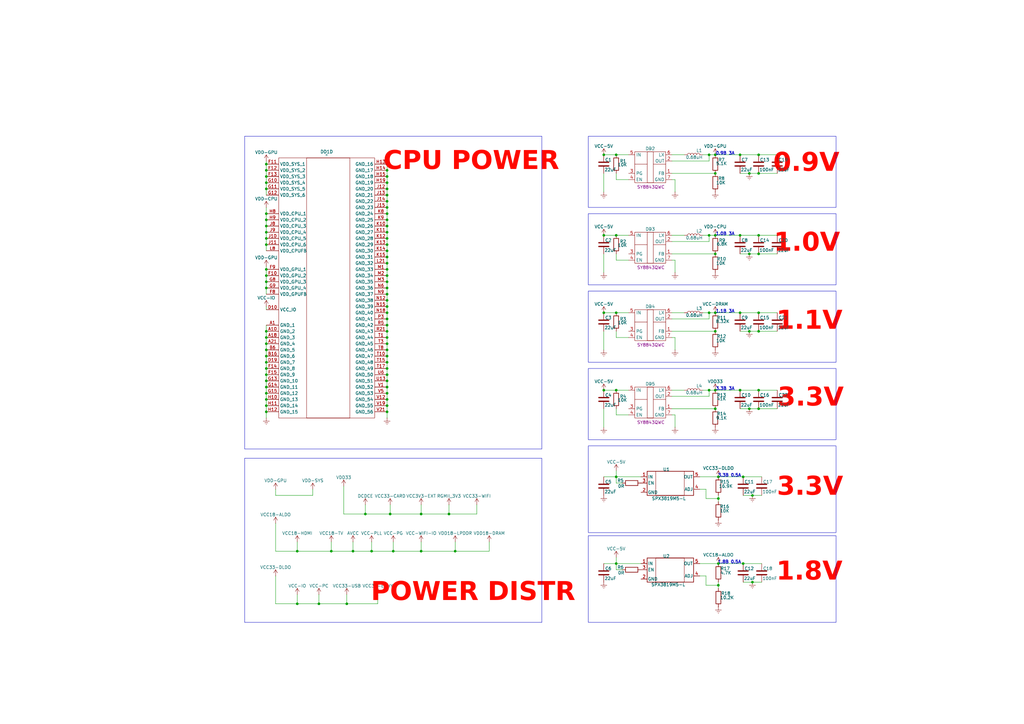
<source format=kicad_sch>
(kicad_sch (version 20231120) (generator "eeschema") (generator_version "8.0")
  (paper "A3")
  (title_block (title "Модуль вычислительный") (date "2025-02-09") (rev "1") (company "@madjogger") (comment 1 "ОРВК.467442.002.Э3") (comment 2 "Корнилов В.В."))
  (junction (at 158.75 151.13))
  (junction (at 158.75 85.09))
  (junction (at 293.37 135.89))
  (junction (at 172.72 226.06))
  (junction (at 158.75 107.95))
  (junction (at 252.73 160.02))
  (junction (at 158.75 77.47))
  (junction (at 158.75 148.59))
  (junction (at 294.64 195.58))
  (junction (at 109.22 95.25))
  (junction (at 109.22 97.79))
  (junction (at 158.75 92.71))
  (junction (at 109.22 115.57))
  (junction (at 158.75 130.81))
  (junction (at 304.8 231.14))
  (junction (at 303.53 128.27))
  (junction (at 158.75 87.63))
  (junction (at 293.37 128.27))
  (junction (at 311.15 96.52))
  (junction (at 158.75 156.21))
  (junction (at 121.92 226.06))
  (junction (at 158.75 140.97))
  (junction (at 109.22 143.51))
  (junction (at 290.83 63.5))
  (junction (at 109.22 110.49))
  (junction (at 303.53 160.02))
  (junction (at 158.75 153.67))
  (junction (at 252.73 128.27))
  (junction (at 109.22 140.97))
  (junction (at 247.65 160.02))
  (junction (at 158.75 110.49))
  (junction (at 109.22 168.91))
  (junction (at 160.02 210.82))
  (junction (at 252.73 231.14))
  (junction (at 158.75 163.83))
  (junction (at 158.75 120.65))
  (junction (at 109.22 148.59))
  (junction (at 293.37 63.5))
  (junction (at 144.78 226.06))
  (junction (at 311.15 135.89))
  (junction (at 294.64 204.47))
  (junction (at 311.15 71.12))
  (junction (at 252.73 195.58))
  (junction (at 109.22 158.75))
  (junction (at 109.22 100.33))
  (junction (at 158.75 80.01))
  (junction (at 294.64 231.14))
  (junction (at 109.22 72.39))
  (junction (at 109.22 153.67))
  (junction (at 311.15 160.02))
  (junction (at 290.83 128.27))
  (junction (at 293.37 96.52))
  (junction (at 109.22 113.03))
  (junction (at 109.22 92.71))
  (junction (at 311.15 128.27))
  (junction (at 303.53 96.52))
  (junction (at 158.75 125.73))
  (junction (at 186.69 226.06))
  (junction (at 158.75 72.39))
  (junction (at 158.75 161.29))
  (junction (at 158.75 138.43))
  (junction (at 152.4 226.06))
  (junction (at 294.64 240.03))
  (junction (at 290.83 160.02))
  (junction (at 158.75 102.87))
  (junction (at 158.75 168.91))
  (junction (at 158.75 95.25))
  (junction (at 247.65 128.27))
  (junction (at 307.34 71.12))
  (junction (at 142.24 247.65))
  (junction (at 109.22 163.83))
  (junction (at 135.89 226.06))
  (junction (at 311.15 167.64))
  (junction (at 307.34 104.14))
  (junction (at 293.37 160.02))
  (junction (at 158.75 115.57))
  (junction (at 158.75 100.33))
  (junction (at 308.61 238.76))
  (junction (at 121.92 247.65))
  (junction (at 109.22 90.17))
  (junction (at 290.83 96.52))
  (junction (at 109.22 77.47))
  (junction (at 303.53 63.5))
  (junction (at 158.75 128.27))
  (junction (at 109.22 87.63))
  (junction (at 109.22 138.43))
  (junction (at 109.22 166.37))
  (junction (at 109.22 161.29))
  (junction (at 158.75 146.05))
  (junction (at 307.34 167.64))
  (junction (at 158.75 133.35))
  (junction (at 158.75 113.03))
  (junction (at 252.73 63.5))
  (junction (at 307.34 135.89))
  (junction (at 247.65 63.5))
  (junction (at 293.37 167.64))
  (junction (at 149.86 210.82))
  (junction (at 158.75 118.11))
  (junction (at 158.75 97.79))
  (junction (at 304.8 195.58))
  (junction (at 109.22 67.31))
  (junction (at 158.75 158.75))
  (junction (at 172.72 210.82))
  (junction (at 109.22 135.89))
  (junction (at 158.75 123.19))
  (junction (at 158.75 74.93))
  (junction (at 293.37 71.12))
  (junction (at 109.22 118.11))
  (junction (at 109.22 156.21))
  (junction (at 161.29 226.06))
  (junction (at 109.22 151.13))
  (junction (at 130.81 247.65))
  (junction (at 158.75 143.51))
  (junction (at 158.75 90.17))
  (junction (at 311.15 104.14))
  (junction (at 252.73 96.52))
  (junction (at 311.15 63.5))
  (junction (at 109.22 146.05))
  (junction (at 184.15 210.82))
  (junction (at 158.75 69.85))
  (junction (at 158.75 166.37))
  (junction (at 293.37 104.14))
  (junction (at 158.75 135.89))
  (junction (at 109.22 69.85))
  (junction (at 308.61 203.2))
  (junction (at 247.65 96.52))
  (junction (at 158.75 82.55))
  (junction (at 158.75 105.41))
  (junction (at 109.22 74.93))
  (wire (pts (xy 158.75 153.67) (xy 158.75 156.21)))
  (wire (pts (xy 121.92 226.06) (xy 135.89 226.06)))
  (wire (pts (xy 186.69 222.25) (xy 186.69 226.06)))
  (wire (pts (xy 109.22 67.31) (xy 109.22 69.85)))
  (wire (pts (xy 275.59 99.06) (xy 290.83 99.06)))
  (wire (pts (xy 290.83 162.56) (xy 290.83 160.02)))
  (wire (pts (xy 109.22 153.67) (xy 109.22 156.21)))
  (wire (pts (xy 109.22 151.13) (xy 109.22 153.67)))
  (wire (pts (xy 308.61 203.2) (xy 312.42 203.2)))
  (wire (pts (xy 158.75 82.55) (xy 158.75 85.09)))
  (wire (pts (xy 303.53 71.12) (xy 307.34 71.12)))
  (wire (pts (xy 252.73 195.58) (xy 252.73 198.12)))
  (wire (pts (xy 247.65 128.27) (xy 252.73 128.27)))
  (wire (pts (xy 247.65 231.14) (xy 252.73 231.14)))
  (wire (pts (xy 275.59 167.64) (xy 293.37 167.64)))
  (wire (pts (xy 109.22 77.47) (xy 109.22 80.01)))
  (wire (pts (xy 109.22 100.33) (xy 109.22 102.87)))
  (wire (pts (xy 257.81 73.66) (xy 252.73 73.66)))
  (wire (pts (xy 109.22 115.57) (xy 109.22 118.11)))
  (wire (pts (xy 158.75 67.31) (xy 158.75 69.85)))
  (wire (pts (xy 311.15 63.5) (xy 318.77 63.5)))
  (wire (pts (xy 290.83 96.52) (xy 288.29 96.52)))
  (wire (pts (xy 109.22 161.29) (xy 109.22 163.83)))
  (wire (pts (xy 252.73 170.18) (xy 252.73 167.64)))
  (wire (pts (xy 275.59 66.04) (xy 290.83 66.04)))
  (wire (pts (xy 247.65 167.64) (xy 247.65 175.26)))
  (wire (pts (xy 109.22 69.85) (xy 109.22 72.39)))
  (wire (pts (xy 247.65 96.52) (xy 252.73 96.52)))
  (wire (pts (xy 303.53 135.89) (xy 307.34 135.89)))
  (wire (pts (xy 160.02 210.82) (xy 172.72 210.82)))
  (wire (pts (xy 293.37 160.02) (xy 303.53 160.02)))
  (wire (pts (xy 121.92 226.06) (xy 113.03 226.06)))
  (wire (pts (xy 128.27 200.66) (xy 128.27 203.2)))
  (wire (pts (xy 311.15 71.12) (xy 318.77 71.12)))
  (wire (pts (xy 247.65 104.14) (xy 247.65 111.76)))
  (wire (pts (xy 290.83 66.04) (xy 290.83 63.5)))
  (wire (pts (xy 247.65 63.5) (xy 252.73 63.5)))
  (wire (pts (xy 158.75 138.43) (xy 158.75 140.97)))
  (wire (pts (xy 289.56 236.22) (xy 289.56 240.03)))
  (wire (pts (xy 109.22 166.37) (xy 109.22 168.91)))
  (wire (pts (xy 158.75 110.49) (xy 158.75 113.03)))
  (wire (pts (xy 158.75 168.91) (xy 158.75 171.45)))
  (wire (pts (xy 109.22 74.93) (xy 109.22 77.47)))
  (wire (pts (xy 184.15 210.82) (xy 195.58 210.82)))
  (wire (pts (xy 289.56 200.66) (xy 289.56 204.47)))
  (wire (pts (xy 252.73 63.5) (xy 257.81 63.5)))
  (wire (pts (xy 304.8 238.76) (xy 308.61 238.76)))
  (wire (pts (xy 158.75 156.21) (xy 158.75 158.75)))
  (wire (pts (xy 135.89 222.25) (xy 135.89 226.06)))
  (wire (pts (xy 109.22 92.71) (xy 109.22 95.25)))
  (wire (pts (xy 307.34 104.14) (xy 311.15 104.14)))
  (wire (pts (xy 158.75 130.81) (xy 158.75 133.35)))
  (wire (pts (xy 109.22 138.43) (xy 109.22 140.97)))
  (wire (pts (xy 158.75 72.39) (xy 158.75 74.93)))
  (wire (pts (xy 158.75 125.73) (xy 158.75 128.27)))
  (wire (pts (xy 257.81 138.43) (xy 252.73 138.43)))
  (wire (pts (xy 109.22 72.39) (xy 109.22 74.93)))
  (wire (pts (xy 121.92 243.84) (xy 121.92 247.65)))
  (wire (pts (xy 158.75 87.63) (xy 158.75 90.17)))
  (wire (pts (xy 109.22 113.03) (xy 109.22 115.57)))
  (wire (pts (xy 290.83 96.52) (xy 293.37 96.52)))
  (wire (pts (xy 307.34 167.64) (xy 311.15 167.64)))
  (wire (pts (xy 276.86 106.68) (xy 275.59 106.68)))
  (wire (pts (xy 287.02 195.58) (xy 294.64 195.58)))
  (wire (pts (xy 252.73 96.52) (xy 257.81 96.52)))
  (wire (pts (xy 252.73 195.58) (xy 262.89 195.58)))
  (wire (pts (xy 252.73 231.14) (xy 262.89 231.14)))
  (wire (pts (xy 290.83 128.27) (xy 288.29 128.27)))
  (wire (pts (xy 290.83 99.06) (xy 290.83 96.52)))
  (wire (pts (xy 158.75 123.19) (xy 158.75 125.73)))
  (wire (pts (xy 311.15 160.02) (xy 318.77 160.02)))
  (wire (pts (xy 252.73 128.27) (xy 257.81 128.27)))
  (wire (pts (xy 154.94 243.84) (xy 154.94 247.65)))
  (wire (pts (xy 200.66 226.06) (xy 186.69 226.06)))
  (wire (pts (xy 294.64 203.2) (xy 294.64 204.47)))
  (wire (pts (xy 158.75 113.03) (xy 158.75 115.57)))
  (wire (pts (xy 252.73 160.02) (xy 257.81 160.02)))
  (wire (pts (xy 109.22 85.09) (xy 109.22 87.63)))
  (wire (pts (xy 289.56 240.03) (xy 294.64 240.03)))
  (wire (pts (xy 247.65 195.58) (xy 252.73 195.58)))
  (wire (pts (xy 293.37 128.27) (xy 303.53 128.27)))
  (wire (pts (xy 130.81 247.65) (xy 142.24 247.65)))
  (wire (pts (xy 161.29 226.06) (xy 172.72 226.06)))
  (wire (pts (xy 311.15 128.27) (xy 318.77 128.27)))
  (wire (pts (xy 158.75 161.29) (xy 158.75 163.83)))
  (wire (pts (xy 158.75 69.85) (xy 158.75 72.39)))
  (wire (pts (xy 128.27 203.2) (xy 113.03 203.2)))
  (wire (pts (xy 158.75 151.13) (xy 158.75 153.67)))
  (wire (pts (xy 113.03 203.2) (xy 113.03 200.66)))
  (wire (pts (xy 276.86 78.74) (xy 276.86 73.66)))
  (wire (pts (xy 158.75 100.33) (xy 158.75 102.87)))
  (wire (pts (xy 275.59 128.27) (xy 280.67 128.27)))
  (wire (pts (xy 109.22 156.21) (xy 109.22 158.75)))
  (wire (pts (xy 275.59 71.12) (xy 293.37 71.12)))
  (wire (pts (xy 142.24 243.84) (xy 142.24 247.65)))
  (wire (pts (xy 152.4 222.25) (xy 152.4 226.06)))
  (wire (pts (xy 158.75 95.25) (xy 158.75 97.79)))
  (wire (pts (xy 109.22 148.59) (xy 109.22 151.13)))
  (wire (pts (xy 109.22 168.91) (xy 109.22 171.45)))
  (wire (pts (xy 290.83 130.81) (xy 290.83 128.27)))
  (wire (pts (xy 158.75 90.17) (xy 158.75 92.71)))
  (wire (pts (xy 287.02 236.22) (xy 289.56 236.22)))
  (wire (pts (xy 158.75 143.51) (xy 158.75 146.05)))
  (wire (pts (xy 276.86 73.66) (xy 275.59 73.66)))
  (wire (pts (xy 252.73 106.68) (xy 252.73 104.14)))
  (wire (pts (xy 130.81 243.84) (xy 130.81 247.65)))
  (wire (pts (xy 109.22 163.83) (xy 109.22 166.37)))
  (wire (pts (xy 109.22 95.25) (xy 109.22 97.79)))
  (wire (pts (xy 142.24 247.65) (xy 154.94 247.65)))
  (wire (pts (xy 149.86 210.82) (xy 140.97 210.82)))
  (wire (pts (xy 109.22 140.97) (xy 109.22 143.51)))
  (wire (pts (xy 275.59 63.5) (xy 280.67 63.5)))
  (wire (pts (xy 130.81 247.65) (xy 121.92 247.65)))
  (wire (pts (xy 149.86 210.82) (xy 160.02 210.82)))
  (wire (pts (xy 289.56 204.47) (xy 294.64 204.47)))
  (wire (pts (xy 275.59 135.89) (xy 293.37 135.89)))
  (wire (pts (xy 158.75 158.75) (xy 158.75 161.29)))
  (wire (pts (xy 158.75 140.97) (xy 158.75 143.51)))
  (wire (pts (xy 293.37 63.5) (xy 303.53 63.5)))
  (wire (pts (xy 257.81 106.68) (xy 252.73 106.68)))
  (wire (pts (xy 294.64 204.47) (xy 294.64 205.74)))
  (wire (pts (xy 158.75 146.05) (xy 158.75 148.59)))
  (wire (pts (xy 290.83 63.5) (xy 288.29 63.5)))
  (wire (pts (xy 276.86 175.26) (xy 276.86 170.18)))
  (wire (pts (xy 287.02 231.14) (xy 294.64 231.14)))
  (wire (pts (xy 109.22 87.63) (xy 109.22 90.17)))
  (wire (pts (xy 109.22 143.51) (xy 109.22 146.05)))
  (wire (pts (xy 109.22 66.04) (xy 109.22 67.31)))
  (wire (pts (xy 304.8 231.14) (xy 312.42 231.14)))
  (wire (pts (xy 144.78 226.06) (xy 152.4 226.06)))
  (wire (pts (xy 158.75 148.59) (xy 158.75 151.13)))
  (wire (pts (xy 275.59 130.81) (xy 290.83 130.81)))
  (wire (pts (xy 109.22 135.89) (xy 109.22 138.43)))
  (wire (pts (xy 113.03 214.63) (xy 113.03 226.06)))
  (wire (pts (xy 109.22 97.79) (xy 109.22 100.33)))
  (wire (pts (xy 121.92 247.65) (xy 113.03 247.65)))
  (wire (pts (xy 303.53 63.5) (xy 311.15 63.5)))
  (wire (pts (xy 109.22 146.05) (xy 109.22 148.59)))
  (wire (pts (xy 184.15 207.01) (xy 184.15 210.82)))
  (wire (pts (xy 158.75 97.79) (xy 158.75 100.33)))
  (wire (pts (xy 252.73 233.68) (xy 255.27 233.68)))
  (wire (pts (xy 275.59 104.14) (xy 293.37 104.14)))
  (wire (pts (xy 276.86 111.76) (xy 276.86 106.68)))
  (wire (pts (xy 109.22 133.35) (xy 109.22 135.89)))
  (wire (pts (xy 247.65 160.02) (xy 252.73 160.02)))
  (wire (pts (xy 311.15 96.52) (xy 318.77 96.52)))
  (wire (pts (xy 257.81 170.18) (xy 252.73 170.18)))
  (wire (pts (xy 144.78 222.25) (xy 144.78 226.06)))
  (wire (pts (xy 200.66 222.25) (xy 200.66 226.06)))
  (wire (pts (xy 307.34 71.12) (xy 311.15 71.12)))
  (wire (pts (xy 109.22 90.17) (xy 109.22 92.71)))
  (wire (pts (xy 307.34 135.89) (xy 311.15 135.89)))
  (wire (pts (xy 158.75 92.71) (xy 158.75 95.25)))
  (wire (pts (xy 308.61 238.76) (xy 312.42 238.76)))
  (wire (pts (xy 303.53 167.64) (xy 307.34 167.64)))
  (wire (pts (xy 172.72 222.25) (xy 172.72 226.06)))
  (wire (pts (xy 293.37 96.52) (xy 303.53 96.52)))
  (wire (pts (xy 109.22 125.73) (xy 109.22 127)))
  (wire (pts (xy 158.75 133.35) (xy 158.75 135.89)))
  (wire (pts (xy 158.75 102.87) (xy 158.75 105.41)))
  (wire (pts (xy 109.22 109.22) (xy 109.22 110.49)))
  (wire (pts (xy 158.75 115.57) (xy 158.75 118.11)))
  (wire (pts (xy 252.73 198.12) (xy 255.27 198.12)))
  (wire (pts (xy 252.73 193.04) (xy 252.73 195.58)))
  (wire (pts (xy 294.64 240.03) (xy 294.64 241.3)))
  (wire (pts (xy 287.02 200.66) (xy 289.56 200.66)))
  (wire (pts (xy 172.72 210.82) (xy 184.15 210.82)))
  (wire (pts (xy 121.92 222.25) (xy 121.92 226.06)))
  (wire (pts (xy 158.75 166.37) (xy 158.75 168.91)))
  (wire (pts (xy 275.59 96.52) (xy 280.67 96.52)))
  (wire (pts (xy 158.75 77.47) (xy 158.75 80.01)))
  (wire (pts (xy 172.72 207.01) (xy 172.72 210.82)))
  (wire (pts (xy 252.73 228.6) (xy 252.73 231.14)))
  (wire (pts (xy 195.58 207.01) (xy 195.58 210.82)))
  (wire (pts (xy 276.86 138.43) (xy 275.59 138.43)))
  (wire (pts (xy 311.15 135.89) (xy 318.77 135.89)))
  (wire (pts (xy 276.86 170.18) (xy 275.59 170.18)))
  (wire (pts (xy 311.15 167.64) (xy 318.77 167.64)))
  (wire (pts (xy 158.75 135.89) (xy 158.75 138.43)))
  (wire (pts (xy 158.75 163.83) (xy 158.75 166.37)))
  (wire (pts (xy 152.4 226.06) (xy 161.29 226.06)))
  (wire (pts (xy 158.75 120.65) (xy 158.75 123.19)))
  (wire (pts (xy 276.86 143.51) (xy 276.86 138.43)))
  (wire (pts (xy 158.75 128.27) (xy 158.75 130.81)))
  (wire (pts (xy 109.22 110.49) (xy 109.22 113.03)))
  (wire (pts (xy 252.73 231.14) (xy 252.73 233.68)))
  (wire (pts (xy 290.83 63.5) (xy 293.37 63.5)))
  (wire (pts (xy 290.83 160.02) (xy 293.37 160.02)))
  (wire (pts (xy 252.73 73.66) (xy 252.73 71.12)))
  (wire (pts (xy 304.8 195.58) (xy 312.42 195.58)))
  (wire (pts (xy 149.86 207.01) (xy 149.86 210.82)))
  (wire (pts (xy 303.53 160.02) (xy 311.15 160.02)))
  (wire (pts (xy 158.75 107.95) (xy 158.75 110.49)))
  (wire (pts (xy 135.89 226.06) (xy 144.78 226.06)))
  (wire (pts (xy 158.75 85.09) (xy 158.75 87.63)))
  (wire (pts (xy 311.15 104.14) (xy 318.77 104.14)))
  (wire (pts (xy 160.02 207.01) (xy 160.02 210.82)))
  (wire (pts (xy 161.29 222.25) (xy 161.29 226.06)))
  (wire (pts (xy 304.8 203.2) (xy 308.61 203.2)))
  (wire (pts (xy 303.53 128.27) (xy 311.15 128.27)))
  (wire (pts (xy 290.83 128.27) (xy 293.37 128.27)))
  (wire (pts (xy 172.72 226.06) (xy 186.69 226.06)))
  (wire (pts (xy 303.53 96.52) (xy 311.15 96.52)))
  (wire (pts (xy 275.59 162.56) (xy 290.83 162.56)))
  (wire (pts (xy 158.75 105.41) (xy 158.75 107.95)))
  (wire (pts (xy 252.73 138.43) (xy 252.73 135.89)))
  (wire (pts (xy 158.75 74.93) (xy 158.75 77.47)))
  (wire (pts (xy 294.64 240.03) (xy 294.64 238.76)))
  (wire (pts (xy 294.64 231.14) (xy 304.8 231.14)))
  (wire (pts (xy 158.75 118.11) (xy 158.75 120.65)))
  (wire (pts (xy 109.22 158.75) (xy 109.22 161.29)))
  (wire (pts (xy 109.22 118.11) (xy 109.22 120.65)))
  (wire (pts (xy 247.65 71.12) (xy 247.65 78.74)))
  (wire (pts (xy 140.97 199.39) (xy 140.97 210.82)))
  (wire (pts (xy 247.65 135.89) (xy 247.65 143.51)))
  (wire (pts (xy 303.53 104.14) (xy 307.34 104.14)))
  (wire (pts (xy 290.83 160.02) (xy 288.29 160.02)))
  (wire (pts (xy 113.03 236.22) (xy 113.03 247.65)))
  (wire (pts (xy 294.64 195.58) (xy 304.8 195.58)))
  (wire (pts (xy 275.59 160.02) (xy 280.67 160.02)))
  (wire (pts (xy 158.75 80.01) (xy 158.75 82.55)))
  (rectangle (start 241.3 87.63) (end 342.9 116.84))
  (rectangle (start 241.3 55.88) (end 342.9 85.09))
  (rectangle (start 241.3 119.38) (end 342.9 148.59))
  (rectangle (start 241.3 151.13) (end 342.9 180.34))
  (rectangle (start 241.3 182.88) (end 342.9 218.44))
  (rectangle (start 100.33 55.88) (end 222.25 184.15))
  (rectangle (start 100.33 187.96) (end 222.25 255.27))
  (rectangle (start 241.3 219.71) (end 342.9 255.27))
  (image (at 537.21 100.33))
  (text "1.8V\n" (at 331.978 236.728 0) (effects (font (size 7.62 7.62) (thickness 0.254) (bold yes))))
  (text "CPU POWER" (at 193.294 68.326 0) (effects (font (size 7.62 7.62) (thickness 0.254) (bold yes))))
  (text "POWER DISTR" (at 194.056 245.11 0) (effects (font (size 7.62 7.62) (thickness 0.254) (bold yes))))
  (text "3.3V\n" (at 332.486 165.354 0) (effects (font (size 7.62 7.62) (thickness 0.254) (bold yes))))
  (text "1.0В 3А" (at 297.434 96.012 0) (effects (font (size 1.27 1.27) (thickness 0.254) (bold yes))))
  (text "3.3В 0.5А" (at 299.212 195.072 0) (effects (font (size 1.27 1.27) (thickness 0.254) (bold yes))))
  (text "0.9V\n" (at 330.708 69.088 0) (effects (font (size 7.62 7.62) (thickness 0.254) (bold yes))))
  (text "1.1V\n" (at 331.978 133.858 0) (effects (font (size 7.62 7.62) (thickness 0.254) (bold yes))))
  (text "1.8В 0.5А" (at 299.212 230.632 0) (effects (font (size 1.27 1.27) (thickness 0.254) (bold yes))))
  (text "1.0V\n" (at 330.962 101.854 0) (effects (font (size 7.62 7.62) (thickness 0.254) (bold yes))))
  (text "0.9В 3А" (at 297.434 62.992 0) (effects (font (size 1.27 1.27) (thickness 0.254) (bold yes))))
  (text "3.3V\n" (at 332.232 201.93 0) (effects (font (size 7.62 7.62) (thickness 0.254) (bold yes))))
  (text "3.3В 3А" (at 297.434 159.512 0) (effects (font (size 1.27 1.27) (thickness 0.254) (bold yes))))
  (text "1.1В 3А" (at 297.434 127.762 0) (effects (font (size 1.27 1.27) (thickness 0.254) (bold yes))))
  (symbol (lib_id "Device:C") (at 311.15 132.08 0) (unit 1)
    (property "Reference" "C15" (at 311.658 130.302 0) (effects (justify left)))
    (property "Value" "100nF" (at 311.404 134.366 0) (effects (justify left)))
    (property "Footprint" "Capacitor_SMD:C_0402_1005Metric" (effects (hide yes)))
    (property "Description" "Unpolarized capacitor" (effects (hide yes)))
  )
  (symbol (lib_id "power:Earth") (at 247.65 203.2 0) (unit 1)
    (property "Reference" "#PWR053" (effects (hide yes)))
    (property "Value" "Earth" (effects (hide yes)))
    (property "Description" "Power symbol creates a global label with name \"Earth\"" (effects (hide yes)))
  )
  (symbol (lib_id "power:Earth") (at 247.65 78.74 0) (unit 1)
    (property "Reference" "#PWR046" (effects (hide yes)))
    (property "Value" "Earth" (effects (hide yes)))
    (property "Description" "Power symbol creates a global label with name \"Earth\"" (effects (hide yes)))
  )
  (symbol (lib_id "power:Earth") (at 293.37 111.76 0) (unit 1)
    (property "Reference" "#PWR064" (effects (hide yes)))
    (property "Value" "Earth" (effects (hide yes)))
    (property "Description" "Power symbol creates a global label with name \"Earth\"" (effects (hide yes)))
  )
  (symbol (lib_id "power:+3V8") (at 121.92 243.84 0) (unit 1)
    (property "Reference" "#PWR026" (effects (hide yes)))
    (property "Value" "VCC-IO" (at 121.92 240.284 0))
    (property "Description" "Power symbol creates a global label with name \"+3V8\"" (effects (hide yes)))
  )
  (symbol (lib_id "Device:C") (at 311.15 163.83 0) (unit 1)
    (property "Reference" "C16" (at 311.658 162.052 0) (effects (justify left)))
    (property "Value" "100nF" (at 311.404 166.116 0) (effects (justify left)))
    (property "Footprint" "Capacitor_SMD:C_0402_1005Metric" (effects (hide yes)))
    (property "Description" "Unpolarized capacitor" (effects (hide yes)))
  )
  (symbol (lib_id "Device:R") (at 252.73 67.31 180) (unit 1)
    (property "Reference" "R1" (at 255.524 66.04 0))
    (property "Value" "10K" (at 255.27 67.564 0))
    (property "Footprint" "Resistor_SMD:R_0402_1005Metric" (effects (hide yes)))
    (property "Description" "Resistor" (effects (hide yes)))
  )
  (symbol (lib_id "Device:R") (at 259.08 233.68 90) (unit 1)
    (property "Reference" "R6" (at 254.508 232.664 90))
    (property "Value" "0R" (at 254.762 234.95 90))
    (property "Footprint" "Resistor_SMD:R_0402_1005Metric" (effects (hide yes)))
    (property "Description" "Resistor" (effects (hide yes)))
  )
  (symbol (lib_id "Device:L") (at 284.48 128.27 90) (unit 1)
    (property "Reference" "L3" (at 286.766 126.492 90))
    (property "Value" "0.68uH" (at 284.734 129.286 90))
    (property "Footprint" "Inductor_SMD:L_Cenker_CKCS4020" (effects (hide yes)))
    (property "Description" "Inductor" (effects (hide yes)))
  )
  (symbol (lib_id "power:+3V8") (at 293.37 128.27 0) (unit 1)
    (property "Reference" "#PWR065" (effects (hide yes)))
    (property "Value" "VCC-DRAM" (at 293.37 124.714 0))
    (property "Description" "Power symbol creates a global label with name \"+3V8\"" (effects (hide yes)))
  )
  (symbol (lib_id "SY8843QWC:SY8843QWC") (at 260.35 125.73 0) (unit 1)
    (property "Reference" "DD4" (at 266.7 125.73 0))
    (property "Value" "~" (at 266.7 125.73 0))
    (property "Footprint" "SY8843QWC:SY8843QWC" (effects (hide yes)))
    (property "Description" "SY8843QWC" (at 266.954 141.478 0))
  )
  (symbol (lib_id "power:+3V8") (at 247.65 63.5 0) (unit 1)
    (property "Reference" "#PWR045" (effects (hide yes)))
    (property "Value" "VCC-5V" (at 247.65 59.944 0))
    (property "Description" "Power symbol creates a global label with name \"+3V8\"" (effects (hide yes)))
  )
  (symbol (lib_id "Device:C") (at 303.53 163.83 0) (unit 1)
    (property "Reference" "C10" (at 304.038 162.052 0) (effects (justify left)))
    (property "Value" "22uF" (at 303.784 166.116 0) (effects (justify left)))
    (property "Footprint" "Capacitor_SMD:C_0402_1005Metric" (effects (hide yes)))
    (property "Description" "Unpolarized capacitor" (effects (hide yes)))
  )
  (symbol (lib_id "power:+3V8") (at 294.64 195.58 0) (unit 1)
    (property "Reference" "#PWR069" (effects (hide yes)))
    (property "Value" "VCC33-DLDO" (at 294.64 192.024 0))
    (property "Description" "Power symbol creates a global label with name \"+3V8\"" (effects (hide yes)))
  )
  (symbol (lib_id "power:+3V8") (at 200.66 222.25 0) (unit 1)
    (property "Reference" "#PWR044" (effects (hide yes)))
    (property "Value" "VDD18-DRAM" (at 200.66 218.694 0))
    (property "Description" "Power symbol creates a global label with name \"+3V8\"" (effects (hide yes)))
  )
  (symbol (lib_id "Device:L") (at 284.48 96.52 90) (unit 1)
    (property "Reference" "L2" (at 286.766 94.742 90))
    (property "Value" "0.68uH" (at 284.734 97.536 90))
    (property "Footprint" "Inductor_SMD:L_Cenker_CKCS4020" (effects (hide yes)))
    (property "Description" "Inductor" (effects (hide yes)))
  )
  (symbol (lib_id "Device:R") (at 293.37 100.33 180) (unit 1)
    (property "Reference" "R9" (at 296.164 98.552 0))
    (property "Value" "6.8К" (at 296.164 100.076 0))
    (property "Footprint" "Resistor_SMD:R_0402_1005Metric" (effects (hide yes)))
    (property "Description" "Resistor" (effects (hide yes)))
  )
  (symbol (lib_id "power:+3V8") (at 109.22 66.04 0) (unit 1)
    (property "Reference" "#PWR017" (effects (hide yes)))
    (property "Value" "VDD-GPU" (at 109.22 62.484 0))
    (property "Description" "Power symbol creates a global label with name \"+3V8\"" (effects (hide yes)))
  )
  (symbol (lib_id "power:+3V8") (at 172.72 207.01 0) (unit 1)
    (property "Reference" "#PWR039" (effects (hide yes)))
    (property "Value" "VCC3V3-EXT" (at 172.72 203.454 0))
    (property "Description" "Power symbol creates a global label with name \"+3V8\"" (effects (hide yes)))
  )
  (symbol (lib_id "power:Earth") (at 307.34 104.14 0) (unit 1)
    (property "Reference" "#PWR074" (effects (hide yes)))
    (property "Value" "Earth" (effects (hide yes)))
    (property "Description" "Power symbol creates a global label with name \"Earth\"" (effects (hide yes)))
  )
  (symbol (lib_id "SY8843QWC:SY8843QWC") (at 260.35 60.96 0) (unit 1)
    (property "Reference" "DD2" (at 266.7 60.96 0))
    (property "Value" "~" (at 266.7 60.96 0))
    (property "Footprint" "SY8843QWC:SY8843QWC" (effects (hide yes)))
    (property "Description" "SY8843QWC" (at 266.954 76.708 0))
  )
  (symbol (lib_id "power:+3V8") (at 195.58 207.01 0) (unit 1)
    (property "Reference" "#PWR043" (effects (hide yes)))
    (property "Value" "VCC33-WIFI" (at 195.58 203.454 0))
    (property "Description" "Power symbol creates a global label with name \"+3V8\"" (effects (hide yes)))
  )
  (symbol (lib_id "power:+3V8") (at 140.97 199.39 0) (unit 1)
    (property "Reference" "#PWR031" (effects (hide yes)))
    (property "Value" "VDD33" (at 140.97 195.834 0))
    (property "Description" "Power symbol creates a global label with name \"+3V8\"" (effects (hide yes)))
  )
  (symbol (lib_id "Device:R") (at 294.64 245.11 180) (unit 1)
    (property "Reference" "R18" (at 297.688 243.332 0))
    (property "Value" "10.2К" (at 298.196 245.11 0))
    (property "Footprint" "Resistor_SMD:R_0402_1005Metric" (effects (hide yes)))
    (property "Description" "Resistor" (effects (hide yes)))
  )
  (symbol (lib_id "power:Earth") (at 294.64 248.92 0) (unit 1)
    (property "Reference" "#PWR072" (effects (hide yes)))
    (property "Value" "Earth" (effects (hide yes)))
    (property "Description" "Power symbol creates a global label with name \"Earth\"" (effects (hide yes)))
  )
  (symbol (lib_id "power:Earth") (at 247.65 238.76 0) (unit 1)
    (property "Reference" "#PWR054" (effects (hide yes)))
    (property "Value" "Earth" (effects (hide yes)))
    (property "Description" "Power symbol creates a global label with name \"Earth\"" (effects (hide yes)))
  )
  (symbol (lib_id "Regulator_Linear:SPX3819M5-L") (at 270.51 233.68 0) (unit 1)
    (property "Reference" "U2" (at 273.304 228.092 0))
    (property "Value" "SPX3819M5-L" (at 274.066 239.776 0))
    (property "Footprint" "Package_TO_SOT_SMD:SOT-23-5" (effects (hide yes)))
    (property "Datasheet" "https://www.exar.com/content/document.ashx?id=22106&languageid=1033&type=Datasheet&partnumber=SPX3819&filename=SPX3819.pdf&part=SPX3819" (effects (hide yes)))
    (property "Description" "500mA Low drop-out regulator, Adjustable, SOT-23-5" (effects (hide yes)))
  )
  (symbol (lib_id "power:Earth") (at 307.34 71.12 0) (unit 1)
    (property "Reference" "#PWR073" (effects (hide yes)))
    (property "Value" "Earth" (effects (hide yes)))
    (property "Description" "Power symbol creates a global label with name \"Earth\"" (effects (hide yes)))
  )
  (symbol (lib_id "Device:R") (at 252.73 132.08 180) (unit 1)
    (property "Reference" "R3" (at 255.524 130.81 0))
    (property "Value" "10K" (at 255.27 132.334 0))
    (property "Footprint" "Resistor_SMD:R_0402_1005Metric" (effects (hide yes)))
    (property "Description" "Resistor" (effects (hide yes)))
  )
  (symbol (lib_id "Device:R") (at 259.08 198.12 90) (unit 1)
    (property "Reference" "R5" (at 254.508 197.104 90))
    (property "Value" "0R" (at 254.762 199.39 90))
    (property "Footprint" "Resistor_SMD:R_0402_1005Metric" (effects (hide yes)))
    (property "Description" "Resistor" (effects (hide yes)))
  )
  (symbol (lib_id "Device:C") (at 247.65 199.39 0) (unit 1)
    (property "Reference" "C5" (at 248.158 197.612 0) (effects (justify left)))
    (property "Value" "22uF" (at 247.904 201.676 0) (effects (justify left)))
    (property "Footprint" "Capacitor_SMD:C_0402_1005Metric" (effects (hide yes)))
    (property "Description" "Unpolarized capacitor" (effects (hide yes)))
  )
  (symbol (lib_id "power:+3V8") (at 149.86 207.01 0) (unit 1)
    (property "Reference" "#PWR034" (effects (hide yes)))
    (property "Value" "DCDCE" (at 149.86 203.454 0))
    (property "Description" "Power symbol creates a global label with name \"+3V8\"" (effects (hide yes)))
  )
  (symbol (lib_id "power:Earth") (at 276.86 175.26 0) (unit 1)
    (property "Reference" "#PWR060" (effects (hide yes)))
    (property "Value" "Earth" (effects (hide yes)))
    (property "Description" "Power symbol creates a global label with name \"Earth\"" (effects (hide yes)))
  )
  (symbol (lib_id "power:+3V8") (at 113.03 236.22 0) (unit 1)
    (property "Reference" "#PWR024" (effects (hide yes)))
    (property "Value" "VCC33-DLDO" (at 113.03 232.664 0))
    (property "Description" "Power symbol creates a global label with name \"+3V8\"" (effects (hide yes)))
  )
  (symbol (lib_id "Device:R") (at 293.37 171.45 180) (unit 1)
    (property "Reference" "R14" (at 295.91 169.672 0))
    (property "Value" "9.1K" (at 295.91 171.45 0))
    (property "Footprint" "Resistor_SMD:R_0402_1005Metric" (effects (hide yes)))
    (property "Description" "Resistor" (effects (hide yes)))
  )
  (symbol (lib_id "power:Earth") (at 294.64 213.36 0) (unit 1)
    (property "Reference" "#PWR070" (effects (hide yes)))
    (property "Value" "Earth" (effects (hide yes)))
    (property "Description" "Power symbol creates a global label with name \"Earth\"" (effects (hide yes)))
  )
  (symbol (lib_id "Device:C") (at 247.65 163.83 0) (unit 1)
    (property "Reference" "C4" (at 248.158 162.052 0) (effects (justify left)))
    (property "Value" "22uF" (at 247.904 166.116 0) (effects (justify left)))
    (property "Footprint" "Capacitor_SMD:C_0402_1005Metric" (effects (hide yes)))
    (property "Description" "Unpolarized capacitor" (effects (hide yes)))
  )
  (symbol (lib_id "Device:C") (at 247.65 132.08 0) (unit 1)
    (property "Reference" "C3" (at 248.158 130.302 0) (effects (justify left)))
    (property "Value" "22uF" (at 247.904 134.366 0) (effects (justify left)))
    (property "Footprint" "Capacitor_SMD:C_0402_1005Metric" (effects (hide yes)))
    (property "Description" "Unpolarized capacitor" (effects (hide yes)))
  )
  (symbol (lib_id "power:+3V8") (at 184.15 207.01 0) (unit 1)
    (property "Reference" "#PWR041" (effects (hide yes)))
    (property "Value" "RGMII_3V3" (at 184.15 203.454 0))
    (property "Description" "Power symbol creates a global label with name \"+3V8\"" (effects (hide yes)))
  )
  (symbol (lib_id "Device:R") (at 293.37 74.93 180) (unit 1)
    (property "Reference" "R8" (at 295.91 73.152 0))
    (property "Value" "10K" (at 295.656 74.93 0))
    (property "Footprint" "Resistor_SMD:R_0402_1005Metric" (effects (hide yes)))
    (property "Description" "Resistor" (effects (hide yes)))
  )
  (symbol (lib_id "power:+3V8") (at 113.03 214.63 0) (unit 1)
    (property "Reference" "#PWR023" (effects (hide yes)))
    (property "Value" "VCC18-ALDO" (at 113.03 211.074 0))
    (property "Description" "Power symbol creates a global label with name \"+3V8\"" (effects (hide yes)))
  )
  (symbol (lib_id "power:+3V8") (at 109.22 125.73 0) (unit 1)
    (property "Reference" "#PWR020" (effects (hide yes)))
    (property "Value" "VCC-IO" (at 109.22 122.174 0))
    (property "Description" "Power symbol creates a global label with name \"+3V8\"" (effects (hide yes)))
  )
  (symbol (lib_id "power:+3V8") (at 186.69 222.25 0) (unit 1)
    (property "Reference" "#PWR042" (effects (hide yes)))
    (property "Value" "VDD18-LPDDR" (at 186.69 218.694 0))
    (property "Description" "Power symbol creates a global label with name \"+3V8\"" (effects (hide yes)))
  )
  (symbol (lib_id "power:+3V8") (at 252.73 228.6 0) (unit 1)
    (property "Reference" "#PWR056" (effects (hide yes)))
    (property "Value" "VCC-5V" (at 252.73 225.044 0))
    (property "Description" "Power symbol creates a global label with name \"+3V8\"" (effects (hide yes)))
  )
  (symbol (lib_id "power:+3V8") (at 144.78 222.25 0) (unit 1)
    (property "Reference" "#PWR032" (effects (hide yes)))
    (property "Value" "AVCC" (at 144.78 218.694 0))
    (property "Description" "Power symbol creates a global label with name \"+3V8\"" (effects (hide yes)))
  )
  (symbol (lib_id "power:+3V8") (at 142.24 243.84 0) (unit 1)
    (property "Reference" "#PWR030" (effects (hide yes)))
    (property "Value" "VCC33-USB" (at 142.24 240.284 0))
    (property "Description" "Power symbol creates a global label with name \"+3V8\"" (effects (hide yes)))
  )
  (symbol (lib_id "power:+3V8") (at 135.89 222.25 0) (unit 1)
    (property "Reference" "#PWR029" (effects (hide yes)))
    (property "Value" "VCC18-TV" (at 135.89 218.694 0))
    (property "Description" "Power symbol creates a global label with name \"+3V8\"" (effects (hide yes)))
  )
  (symbol (lib_id "power:+3V8") (at 172.72 222.25 0) (unit 1)
    (property "Reference" "#PWR040" (effects (hide yes)))
    (property "Value" "VCC-WIFI-IO" (at 172.72 218.694 0))
    (property "Description" "Power symbol creates a global label with name \"+3V8\"" (effects (hide yes)))
  )
  (symbol (lib_id "power:+3V8") (at 152.4 222.25 0) (unit 1)
    (property "Reference" "#PWR035" (effects (hide yes)))
    (property "Value" "VCC-PLL" (at 152.4 218.694 0))
    (property "Description" "Power symbol creates a global label with name \"+3V8\"" (effects (hide yes)))
  )
  (symbol (lib_id "power:Earth") (at 276.86 143.51 0) (unit 1)
    (property "Reference" "#PWR059" (effects (hide yes)))
    (property "Value" "Earth" (effects (hide yes)))
    (property "Description" "Power symbol creates a global label with name \"Earth\"" (effects (hide yes)))
  )
  (symbol (lib_id "Device:R") (at 293.37 107.95 180) (unit 1)
    (property "Reference" "R10" (at 295.91 106.172 0))
    (property "Value" "10K" (at 295.656 107.95 0))
    (property "Footprint" "Resistor_SMD:R_0402_1005Metric" (effects (hide yes)))
    (property "Description" "Resistor" (effects (hide yes)))
  )
  (symbol (lib_id "Device:R") (at 294.64 209.55 180) (unit 1)
    (property "Reference" "R16" (at 297.18 207.772 0))
    (property "Value" "10К" (at 297.18 209.55 0))
    (property "Footprint" "Resistor_SMD:R_0402_1005Metric" (effects (hide yes)))
    (property "Description" "Resistor" (effects (hide yes)))
  )
  (symbol (lib_id "Device:R") (at 293.37 139.7 180) (unit 1)
    (property "Reference" "R12" (at 295.91 137.922 0))
    (property "Value" "10K" (at 295.656 139.7 0))
    (property "Footprint" "Resistor_SMD:R_0402_1005Metric" (effects (hide yes)))
    (property "Description" "Resistor" (effects (hide yes)))
  )
  (symbol (lib_id "power:+3V8") (at 161.29 222.25 0) (unit 1)
    (property "Reference" "#PWR038" (effects (hide yes)))
    (property "Value" "VCC-PG" (at 161.29 218.694 0))
    (property "Description" "Power symbol creates a global label with name \"+3V8\"" (effects (hide yes)))
  )
  (symbol (lib_id "Device:C") (at 247.65 234.95 0) (unit 1)
    (property "Reference" "C6" (at 248.158 233.172 0) (effects (justify left)))
    (property "Value" "22uF" (at 247.904 237.236 0) (effects (justify left)))
    (property "Footprint" "Capacitor_SMD:C_0402_1005Metric" (effects (hide yes)))
    (property "Description" "Unpolarized capacitor" (effects (hide yes)))
  )
  (symbol (lib_id "power:+3V8") (at 293.37 63.5 0) (unit 1)
    (property "Reference" "#PWR061" (effects (hide yes)))
    (property "Value" "VDD-GPU" (at 293.37 59.944 0))
    (property "Description" "Power symbol creates a global label with name \"+3V8\"" (effects (hide yes)))
  )
  (symbol (lib_id "Device:C") (at 312.42 199.39 0) (unit 1)
    (property "Reference" "C17" (at 312.928 197.612 0) (effects (justify left)))
    (property "Value" "100nF" (at 312.674 201.676 0) (effects (justify left)))
    (property "Footprint" "Capacitor_SMD:C_0402_1005Metric" (effects (hide yes)))
    (property "Description" "Unpolarized capacitor" (effects (hide yes)))
  )
  (symbol (lib_id "Device:R") (at 252.73 100.33 180) (unit 1)
    (property "Reference" "R2" (at 255.524 99.06 0))
    (property "Value" "10K" (at 255.27 100.584 0))
    (property "Footprint" "Resistor_SMD:R_0402_1005Metric" (effects (hide yes)))
    (property "Description" "Resistor" (effects (hide yes)))
  )
  (symbol (lib_id "Device:C") (at 247.65 100.33 0) (unit 1)
    (property "Reference" "C2" (at 248.158 98.552 0) (effects (justify left)))
    (property "Value" "22uF" (at 247.904 102.616 0) (effects (justify left)))
    (property "Footprint" "Capacitor_SMD:C_0402_1005Metric" (effects (hide yes)))
    (property "Description" "Unpolarized capacitor" (effects (hide yes)))
  )
  (symbol (lib_id "Device:R") (at 293.37 132.08 180) (unit 1)
    (property "Reference" "R11" (at 295.91 130.302 0))
    (property "Value" "8.32К" (at 296.418 131.826 0))
    (property "Footprint" "Resistor_SMD:R_0402_1005Metric" (effects (hide yes)))
    (property "Description" "Resistor" (effects (hide yes)))
  )
  (symbol (lib_id "power:Earth") (at 293.37 78.74 0) (unit 1)
    (property "Reference" "#PWR062" (effects (hide yes)))
    (property "Value" "Earth" (effects (hide yes)))
    (property "Description" "Power symbol creates a global label with name \"Earth\"" (effects (hide yes)))
  )
  (symbol (lib_id "Device:C") (at 303.53 67.31 0) (unit 1)
    (property "Reference" "C7" (at 304.038 65.532 0) (effects (justify left)))
    (property "Value" "22uF" (at 303.784 69.596 0) (effects (justify left)))
    (property "Footprint" "Capacitor_SMD:C_0402_1005Metric" (effects (hide yes)))
    (property "Description" "Unpolarized capacitor" (effects (hide yes)))
  )
  (symbol (lib_id "Device:C") (at 303.53 132.08 0) (unit 1)
    (property "Reference" "C9" (at 304.038 130.302 0) (effects (justify left)))
    (property "Value" "22uF" (at 303.784 134.366 0) (effects (justify left)))
    (property "Footprint" "Capacitor_SMD:C_0402_1005Metric" (effects (hide yes)))
    (property "Description" "Unpolarized capacitor" (effects (hide yes)))
  )
  (symbol (lib_id "Device:R") (at 294.64 234.95 180) (unit 1)
    (property "Reference" "R17" (at 297.434 233.172 0))
    (property "Value" "4.7К" (at 297.688 234.95 0))
    (property "Footprint" "Resistor_SMD:R_0402_1005Metric" (effects (hide yes)))
    (property "Description" "Resistor" (effects (hide yes)))
  )
  (symbol (lib_id "power:Earth") (at 158.75 171.45 0) (unit 1)
    (property "Reference" "#PWR036" (effects (hide yes)))
    (property "Value" "Earth" (effects (hide yes)))
    (property "Description" "Power symbol creates a global label with name \"Earth\"" (effects (hide yes)))
  )
  (symbol (lib_id "Device:R") (at 293.37 163.83 180) (unit 1)
    (property "Reference" "R13" (at 295.91 162.052 0))
    (property "Value" "41К" (at 295.91 163.576 0))
    (property "Footprint" "Resistor_SMD:R_0402_1005Metric" (effects (hide yes)))
    (property "Description" "Resistor" (effects (hide yes)))
  )
  (symbol (lib_id "power:+3V8") (at 121.92 222.25 0) (unit 1)
    (property "Reference" "#PWR025" (effects (hide yes)))
    (property "Value" "VCC18-HDMI" (at 121.92 218.694 0))
    (property "Description" "Power symbol creates a global label with name \"+3V8\"" (effects (hide yes)))
  )
  (symbol (lib_id "power:Earth") (at 293.37 175.26 0) (unit 1)
    (property "Reference" "#PWR068" (effects (hide yes)))
    (property "Value" "Earth" (effects (hide yes)))
    (property "Description" "Power symbol creates a global label with name \"Earth\"" (effects (hide yes)))
  )
  (symbol (lib_id "Device:C") (at 304.8 199.39 0) (unit 1)
    (property "Reference" "C11" (at 305.308 197.612 0) (effects (justify left)))
    (property "Value" "22uF" (at 305.054 201.676 0) (effects (justify left)))
    (property "Footprint" "Capacitor_SMD:C_0402_1005Metric" (effects (hide yes)))
    (property "Description" "Unpolarized capacitor" (effects (hide yes)))
  )
  (symbol (lib_id "power:Earth") (at 247.65 111.76 0) (unit 1)
    (property "Reference" "#PWR048" (effects (hide yes)))
    (property "Value" "Earth" (effects (hide yes)))
    (property "Description" "Power symbol creates a global label with name \"Earth\"" (effects (hide yes)))
  )
  (symbol (lib_id "SY8843QWC:SY8843QWC") (at 260.35 157.48 0) (unit 1)
    (property "Reference" "DD5" (at 266.7 157.48 0))
    (property "Value" "~" (at 266.7 157.48 0))
    (property "Footprint" "SY8843QWC:SY8843QWC" (effects (hide yes)))
    (property "Description" "SY8843QWC" (at 266.954 173.228 0))
  )
  (symbol (lib_id "power:Earth") (at 293.37 143.51 0) (unit 1)
    (property "Reference" "#PWR066" (effects (hide yes)))
    (property "Value" "Earth" (effects (hide yes)))
    (property "Description" "Power symbol creates a global label with name \"Earth\"" (effects (hide yes)))
  )
  (symbol (lib_id "power:+3V8") (at 247.65 96.52 0) (unit 1)
    (property "Reference" "#PWR047" (effects (hide yes)))
    (property "Value" "VCC-5V" (at 247.65 92.964 0))
    (property "Description" "Power symbol creates a global label with name \"+3V8\"" (effects (hide yes)))
  )
  (symbol (lib_name "SPX3819M5-L_1") (lib_id "Regulator_Linear:SPX3819M5-L") (at 270.51 198.12 0) (unit 1)
    (property "Reference" "U1" (at 273.304 192.532 0))
    (property "Value" "SPX3819M5-L" (at 274.32 204.47 0))
    (property "Footprint" "Package_TO_SOT_SMD:SOT-23-5" (effects (hide yes)))
    (property "Datasheet" "https://www.exar.com/content/document.ashx?id=22106&languageid=1033&type=Datasheet&partnumber=SPX3819&filename=SPX3819.pdf&part=SPX3819" (effects (hide yes)))
    (property "Description" "500mA Low drop-out regulator, Adjustable, SOT-23-5" (effects (hide yes)))
  )
  (symbol (lib_id "power:Earth") (at 307.34 167.64 0) (unit 1)
    (property "Reference" "#PWR076" (effects (hide yes)))
    (property "Value" "Earth" (effects (hide yes)))
    (property "Description" "Power symbol creates a global label with name \"Earth\"" (effects (hide yes)))
  )
  (symbol (lib_id "power:+3V8") (at 113.03 200.66 0) (unit 1)
    (property "Reference" "#PWR022" (effects (hide yes)))
    (property "Value" "VDD-GPU" (at 113.03 197.104 0))
    (property "Description" "Power symbol creates a global label with name \"+3V8\"" (effects (hide yes)))
  )
  (symbol (lib_id "Device:C") (at 312.42 234.95 0) (unit 1)
    (property "Reference" "C18" (at 312.928 233.172 0) (effects (justify left)))
    (property "Value" "100nF" (at 312.674 237.236 0) (effects (justify left)))
    (property "Footprint" "Capacitor_SMD:C_0402_1005Metric" (effects (hide yes)))
    (property "Description" "Unpolarized capacitor" (effects (hide yes)))
  )
  (symbol (lib_id "Device:L") (at 284.48 160.02 90) (unit 1)
    (property "Reference" "L4" (at 286.766 158.242 90))
    (property "Value" "0.68uH" (at 284.734 161.036 90))
    (property "Footprint" "Inductor_SMD:L_Cenker_CKCS4020" (effects (hide yes)))
    (property "Description" "Inductor" (effects (hide yes)))
  )
  (symbol (lib_id "power:Earth") (at 276.86 78.74 0) (unit 1)
    (property "Reference" "#PWR057" (effects (hide yes)))
    (property "Value" "Earth" (effects (hide yes)))
    (property "Description" "Power symbol creates a global label with name \"Earth\"" (effects (hide yes)))
  )
  (symbol (lib_id "power:Earth") (at 276.86 111.76 0) (unit 1)
    (property "Reference" "#PWR058" (effects (hide yes)))
    (property "Value" "Earth" (effects (hide yes)))
    (property "Description" "Power symbol creates a global label with name \"Earth\"" (effects (hide yes)))
  )
  (symbol (lib_id "power:+3V8") (at 293.37 160.02 0) (unit 1)
    (property "Reference" "#PWR067" (effects (hide yes)))
    (property "Value" "VDD33" (at 293.37 156.464 0))
    (property "Description" "Power symbol creates a global label with name \"+3V8\"" (effects (hide yes)))
  )
  (symbol (lib_id "Device:C") (at 318.77 67.31 0) (unit 1)
    (property "Reference" "C19" (at 319.278 65.532 0) (effects (justify left)))
    (property "Value" "22uF" (at 319.024 69.596 0) (effects (justify left)))
    (property "Footprint" "Capacitor_SMD:C_0402_1005Metric" (effects (hide yes)))
    (property "Description" "Unpolarized capacitor" (effects (hide yes)))
  )
  (symbol (lib_id "Device:L") (at 284.48 63.5 90) (unit 1)
    (property "Reference" "L1" (at 286.766 61.722 90))
    (property "Value" "0.68uH" (at 284.734 64.516 90))
    (property "Footprint" "Inductor_SMD:L_Cenker_CKCS4020" (effects (hide yes)))
    (property "Description" "Inductor" (effects (hide yes)))
  )
  (symbol (lib_id "power:+3V8") (at 252.73 193.04 0) (unit 1)
    (property "Reference" "#PWR055" (effects (hide yes)))
    (property "Value" "VCC-5V" (at 252.73 189.484 0))
    (property "Description" "Power symbol creates a global label with name \"+3V8\"" (effects (hide yes)))
  )
  (symbol (lib_id "power:Earth") (at 109.22 171.45 0) (unit 1)
    (property "Reference" "#PWR021" (effects (hide yes)))
    (property "Value" "Earth" (effects (hide yes)))
    (property "Description" "Power symbol creates a global label with name \"Earth\"" (effects (hide yes)))
  )
  (symbol (lib_id "power:+3V8") (at 130.81 243.84 0) (unit 1)
    (property "Reference" "#PWR028" (effects (hide yes)))
    (property "Value" "VCC-PC" (at 130.81 240.284 0))
    (property "Description" "Power symbol creates a global label with name \"+3V8\"" (effects (hide yes)))
  )
  (symbol (lib_id "power:+3V8") (at 128.27 200.66 0) (unit 1)
    (property "Reference" "#PWR027" (effects (hide yes)))
    (property "Value" "VDD-SYS" (at 128.27 197.104 0))
    (property "Description" "Power symbol creates a global label with name \"+3V8\"" (effects (hide yes)))
  )
  (symbol (lib_id "Device:C") (at 318.77 163.83 0) (unit 1)
    (property "Reference" "C22" (at 319.278 162.052 0) (effects (justify left)))
    (property "Value" "22uF" (at 319.024 166.116 0) (effects (justify left)))
    (property "Footprint" "Capacitor_SMD:C_0402_1005Metric" (effects (hide yes)))
    (property "Description" "Unpolarized capacitor" (effects (hide yes)))
  )
  (symbol (lib_id "power:Earth") (at 247.65 175.26 0) (unit 1)
    (property "Reference" "#PWR052" (effects (hide yes)))
    (property "Value" "Earth" (effects (hide yes)))
    (property "Description" "Power symbol creates a global label with name \"Earth\"" (effects (hide yes)))
  )
  (symbol (lib_id "Device:R") (at 293.37 67.31 180) (unit 1)
    (property "Reference" "R7" (at 295.91 65.532 0))
    (property "Value" "5.1К" (at 295.91 67.056 0))
    (property "Footprint" "Resistor_SMD:R_0402_1005Metric" (effects (hide yes)))
    (property "Description" "Resistor" (effects (hide yes)))
  )
  (symbol (lib_id "SY8843QWC:SY8843QWC") (at 260.35 93.98 0) (unit 1)
    (property "Reference" "DD3" (at 266.7 93.98 0))
    (property "Value" "~" (at 266.7 93.98 0))
    (property "Footprint" "SY8843QWC:SY8843QWC" (effects (hide yes)))
    (property "Description" "SY8843QWC" (at 266.954 109.728 0))
  )
  (symbol (lib_id "Device:C") (at 304.8 234.95 0) (unit 1)
    (property "Reference" "C12" (at 305.308 233.172 0) (effects (justify left)))
    (property "Value" "22uF" (at 305.054 237.236 0) (effects (justify left)))
    (property "Footprint" "Capacitor_SMD:C_0402_1005Metric" (effects (hide yes)))
    (property "Description" "Unpolarized capacitor" (effects (hide yes)))
  )
  (symbol (lib_id "power:+3V8") (at 293.37 96.52 0) (unit 1)
    (property "Reference" "#PWR063" (effects (hide yes)))
    (property "Value" "VDD-CPU" (at 293.37 92.964 0))
    (property "Description" "Power symbol creates a global label with name \"+3V8\"" (effects (hide yes)))
  )
  (symbol (lib_id "power:+3V8") (at 154.94 243.84 0) (unit 1)
    (property "Reference" "#PWR033" (effects (hide yes)))
    (property "Value" "VCC33-EPHY" (at 154.94 240.284 0))
    (property "Description" "Power symbol creates a global label with name \"+3V8\"" (effects (hide yes)))
  )
  (symbol (lib_id "power:Earth") (at 308.61 238.76 0) (unit 1)
    (property "Reference" "#PWR078" (effects (hide yes)))
    (property "Value" "Earth" (effects (hide yes)))
    (property "Description" "Power symbol creates a global label with name \"Earth\"" (effects (hide yes)))
  )
  (symbol (lib_id "Device:C") (at 311.15 67.31 0) (unit 1)
    (property "Reference" "C13" (at 311.658 65.532 0) (effects (justify left)))
    (property "Value" "100nF" (at 311.404 69.596 0) (effects (justify left)))
    (property "Footprint" "Capacitor_SMD:C_0402_1005Metric" (effects (hide yes)))
    (property "Description" "Unpolarized capacitor" (effects (hide yes)))
  )
  (symbol (lib_id "Device:C") (at 311.15 100.33 0) (unit 1)
    (property "Reference" "C14" (at 311.658 98.552 0) (effects (justify left)))
    (property "Value" "100nF" (at 311.404 102.616 0) (effects (justify left)))
    (property "Footprint" "Capacitor_SMD:C_0402_1005Metric" (effects (hide yes)))
    (property "Description" "Unpolarized capacitor" (effects (hide yes)))
  )
  (symbol (lib_id "Device:R") (at 252.73 163.83 180) (unit 1)
    (property "Reference" "R4" (at 255.524 162.56 0))
    (property "Value" "10K" (at 255.27 164.084 0))
    (property "Footprint" "Resistor_SMD:R_0402_1005Metric" (effects (hide yes)))
    (property "Description" "Resistor" (effects (hide yes)))
  )
  (symbol (lib_id "Device:C") (at 318.77 100.33 0) (unit 1)
    (property "Reference" "C20" (at 319.278 98.552 0) (effects (justify left)))
    (property "Value" "22uF" (at 319.024 102.616 0) (effects (justify left)))
    (property "Footprint" "Capacitor_SMD:C_0402_1005Metric" (effects (hide yes)))
    (property "Description" "Unpolarized capacitor" (effects (hide yes)))
  )
  (symbol (lib_id "power:+3V8") (at 109.22 109.22 0) (unit 1)
    (property "Reference" "#PWR019" (effects (hide yes)))
    (property "Value" "VDD-GPU" (at 109.22 105.664 0))
    (property "Description" "Power symbol creates a global label with name \"+3V8\"" (effects (hide yes)))
  )
  (symbol (lib_id "power:+3V8") (at 247.65 160.02 0) (unit 1)
    (property "Reference" "#PWR051" (effects (hide yes)))
    (property "Value" "VCC-5V" (at 247.65 156.464 0))
    (property "Description" "Power symbol creates a global label with name \"+3V8\"" (effects (hide yes)))
  )
  (symbol (lib_id "power:+3V8") (at 294.64 231.14 0) (unit 1)
    (property "Reference" "#PWR071" (effects (hide yes)))
    (property "Value" "VCC18-ALDO" (at 294.64 227.584 0))
    (property "Description" "Power symbol creates a global label with name \"+3V8\"" (effects (hide yes)))
  )
  (symbol (lib_id "h616:H616_chip") (at 109.22 63.5 0) (unit 4)
    (property "Reference" "DD1" (at 133.985 62.23 0))
    (property "Value" "~" (at 133.985 63.5 0))
    (property "Footprint" "H616:H616" (effects (hide yes)))
  )
  (symbol (lib_id "power:Earth") (at 307.34 135.89 0) (unit 1)
    (property "Reference" "#PWR075" (effects (hide yes)))
    (property "Value" "Earth" (effects (hide yes)))
    (property "Description" "Power symbol creates a global label with name \"Earth\"" (effects (hide yes)))
  )
  (symbol (lib_id "power:+3V8") (at 247.65 128.27 0) (unit 1)
    (property "Reference" "#PWR049" (effects (hide yes)))
    (property "Value" "VCC-5V" (at 247.65 124.714 0))
    (property "Description" "Power symbol creates a global label with name \"+3V8\"" (effects (hide yes)))
  )
  (symbol (lib_id "Device:R") (at 294.64 199.39 180) (unit 1)
    (property "Reference" "R15" (at 297.18 197.612 0))
    (property "Value" "16.9К" (at 297.688 199.39 0))
    (property "Footprint" "Resistor_SMD:R_0402_1005Metric" (effects (hide yes)))
    (property "Description" "Resistor" (effects (hide yes)))
  )
  (symbol (lib_id "Device:C") (at 318.77 132.08 0) (unit 1)
    (property "Reference" "C21" (at 319.278 130.302 0) (effects (justify left)))
    (property "Value" "22uF" (at 319.024 134.366 0) (effects (justify left)))
    (property "Footprint" "Capacitor_SMD:C_0402_1005Metric" (effects (hide yes)))
    (property "Description" "Unpolarized capacitor" (effects (hide yes)))
  )
  (symbol (lib_id "power:+3V8") (at 109.22 85.09 0) (unit 1)
    (property "Reference" "#PWR018" (effects (hide yes)))
    (property "Value" "VDD-CPU" (at 109.22 81.534 0))
    (property "Description" "Power symbol creates a global label with name \"+3V8\"" (effects (hide yes)))
  )
  (symbol (lib_id "Device:C") (at 303.53 100.33 0) (unit 1)
    (property "Reference" "C8" (at 304.038 98.552 0) (effects (justify left)))
    (property "Value" "22uF" (at 303.784 102.616 0) (effects (justify left)))
    (property "Footprint" "Capacitor_SMD:C_0402_1005Metric" (effects (hide yes)))
    (property "Description" "Unpolarized capacitor" (effects (hide yes)))
  )
  (symbol (lib_id "power:Earth") (at 308.61 203.2 0) (unit 1)
    (property "Reference" "#PWR077" (effects (hide yes)))
    (property "Value" "Earth" (effects (hide yes)))
    (property "Description" "Power symbol creates a global label with name \"Earth\"" (effects (hide yes)))
  )
  (symbol (lib_id "Device:C") (at 247.65 67.31 0) (unit 1)
    (property "Reference" "C1" (at 248.158 65.532 0) (effects (justify left)))
    (property "Value" "22uF" (at 247.904 69.596 0) (effects (justify left)))
    (property "Footprint" "Capacitor_SMD:C_0402_1005Metric" (effects (hide yes)))
    (property "Description" "Unpolarized capacitor" (effects (hide yes)))
  )
  (symbol (lib_id "power:+3V8") (at 160.02 207.01 0) (unit 1)
    (property "Reference" "#PWR037" (effects (hide yes)))
    (property "Value" "VCC33-CARD" (at 160.02 203.454 0))
    (property "Description" "Power symbol creates a global label with name \"+3V8\"" (effects (hide yes)))
  )
  (symbol (lib_id "power:Earth") (at 247.65 143.51 0) (unit 1)
    (property "Reference" "#PWR050" (effects (hide yes)))
    (property "Value" "Earth" (effects (hide yes)))
    (property "Description" "Power symbol creates a global label with name \"Earth\"" (effects (hide yes)))
  )
)
</source>
